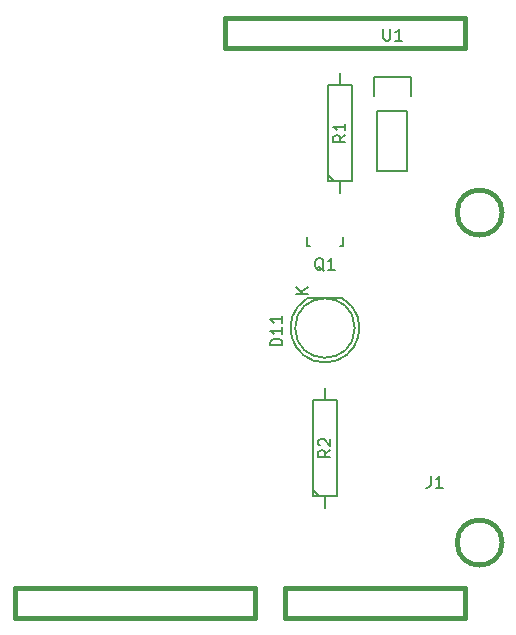
<source format=gto>
G04 #@! TF.FileFunction,Legend,Top*
%FSLAX46Y46*%
G04 Gerber Fmt 4.6, Leading zero omitted, Abs format (unit mm)*
G04 Created by KiCad (PCBNEW 4.0.2-stable) date 2016/6/2 上午 01:45:21*
%MOMM*%
G01*
G04 APERTURE LIST*
%ADD10C,0.100000*%
%ADD11C,0.381000*%
%ADD12C,0.150000*%
%ADD13C,0.203200*%
G04 APERTURE END LIST*
D10*
D11*
X231530501Y-144535501D02*
X216290501Y-144535501D01*
X216290501Y-141995501D02*
X231530501Y-141995501D01*
X234705501Y-110245501D02*
G75*
G03X234705501Y-110245501I-1905000J0D01*
G01*
X231530501Y-93735501D02*
X231530501Y-96275501D01*
X231530501Y-96275501D02*
X211210501Y-96275501D01*
X211210501Y-96275501D02*
X211210501Y-93735501D01*
X211210501Y-93735501D02*
X231530501Y-93735501D01*
X234705501Y-138185501D02*
G75*
G03X234705501Y-138185501I-1905000J0D01*
G01*
X193430501Y-144535501D02*
X213750501Y-144535501D01*
X213750501Y-141995501D02*
X193430501Y-141995501D01*
X231530501Y-144535501D02*
X231530501Y-141995501D01*
X216290501Y-141995501D02*
X216290501Y-144535501D01*
X213750501Y-141995501D02*
X213750501Y-144535501D01*
X193430501Y-144535501D02*
X193430501Y-141995501D01*
D12*
X218185096Y-117530112D02*
G75*
G03X221210000Y-117515000I1524904J-2484888D01*
G01*
X218210000Y-117515000D02*
X221210000Y-117515000D01*
X222227936Y-120015000D02*
G75*
G03X222227936Y-120015000I-2517936J0D01*
G01*
X218410840Y-113045240D02*
X218459100Y-113045240D01*
X221209820Y-112344200D02*
X221209820Y-113045240D01*
X221209820Y-113045240D02*
X220960900Y-113045240D01*
X218410840Y-113045240D02*
X218210180Y-113045240D01*
X218210180Y-113045240D02*
X218210180Y-112344200D01*
X220980000Y-108585000D02*
X220980000Y-107569000D01*
X220980000Y-107569000D02*
X219964000Y-107569000D01*
X219964000Y-107569000D02*
X219964000Y-99441000D01*
X219964000Y-99441000D02*
X221996000Y-99441000D01*
X221996000Y-99441000D02*
X221996000Y-107569000D01*
X221996000Y-107569000D02*
X220980000Y-107569000D01*
X220472000Y-107569000D02*
X219964000Y-107061000D01*
X220980000Y-98425000D02*
X220980000Y-99441000D01*
X219710000Y-135255000D02*
X219710000Y-134239000D01*
X219710000Y-134239000D02*
X218694000Y-134239000D01*
X218694000Y-134239000D02*
X218694000Y-126111000D01*
X218694000Y-126111000D02*
X220726000Y-126111000D01*
X220726000Y-126111000D02*
X220726000Y-134239000D01*
X220726000Y-134239000D02*
X219710000Y-134239000D01*
X219202000Y-134239000D02*
X218694000Y-133731000D01*
X219710000Y-125095000D02*
X219710000Y-126111000D01*
X224155000Y-101600000D02*
X224155000Y-106680000D01*
X224155000Y-106680000D02*
X226695000Y-106680000D01*
X226695000Y-106680000D02*
X226695000Y-101600000D01*
X226975000Y-98780000D02*
X226975000Y-100330000D01*
X226695000Y-101600000D02*
X224155000Y-101600000D01*
X223875000Y-100330000D02*
X223875000Y-98780000D01*
X223875000Y-98780000D02*
X226975000Y-98780000D01*
D13*
X228651834Y-132549120D02*
X228651834Y-133274834D01*
X228603454Y-133419977D01*
X228506692Y-133516739D01*
X228361549Y-133565120D01*
X228264787Y-133565120D01*
X229667834Y-133565120D02*
X229087263Y-133565120D01*
X229377549Y-133565120D02*
X229377549Y-132549120D01*
X229280787Y-132694263D01*
X229184025Y-132791025D01*
X229087263Y-132839406D01*
D12*
X216098381Y-121483286D02*
X215098381Y-121483286D01*
X215098381Y-121245191D01*
X215146000Y-121102333D01*
X215241238Y-121007095D01*
X215336476Y-120959476D01*
X215526952Y-120911857D01*
X215669810Y-120911857D01*
X215860286Y-120959476D01*
X215955524Y-121007095D01*
X216050762Y-121102333D01*
X216098381Y-121245191D01*
X216098381Y-121483286D01*
X216098381Y-119959476D02*
X216098381Y-120530905D01*
X216098381Y-120245191D02*
X215098381Y-120245191D01*
X215241238Y-120340429D01*
X215336476Y-120435667D01*
X215384095Y-120530905D01*
X216098381Y-119007095D02*
X216098381Y-119578524D01*
X216098381Y-119292810D02*
X215098381Y-119292810D01*
X215241238Y-119388048D01*
X215336476Y-119483286D01*
X215384095Y-119578524D01*
X218257381Y-117101905D02*
X217257381Y-117101905D01*
X218257381Y-116530476D02*
X217685952Y-116959048D01*
X217257381Y-116530476D02*
X217828810Y-117101905D01*
X219614762Y-115192619D02*
X219519524Y-115145000D01*
X219424286Y-115049762D01*
X219281429Y-114906905D01*
X219186190Y-114859286D01*
X219090952Y-114859286D01*
X219138571Y-115097381D02*
X219043333Y-115049762D01*
X218948095Y-114954524D01*
X218900476Y-114764048D01*
X218900476Y-114430714D01*
X218948095Y-114240238D01*
X219043333Y-114145000D01*
X219138571Y-114097381D01*
X219329048Y-114097381D01*
X219424286Y-114145000D01*
X219519524Y-114240238D01*
X219567143Y-114430714D01*
X219567143Y-114764048D01*
X219519524Y-114954524D01*
X219424286Y-115049762D01*
X219329048Y-115097381D01*
X219138571Y-115097381D01*
X220519524Y-115097381D02*
X219948095Y-115097381D01*
X220233809Y-115097381D02*
X220233809Y-114097381D01*
X220138571Y-114240238D01*
X220043333Y-114335476D01*
X219948095Y-114383095D01*
X221432381Y-103671666D02*
X220956190Y-104005000D01*
X221432381Y-104243095D02*
X220432381Y-104243095D01*
X220432381Y-103862142D01*
X220480000Y-103766904D01*
X220527619Y-103719285D01*
X220622857Y-103671666D01*
X220765714Y-103671666D01*
X220860952Y-103719285D01*
X220908571Y-103766904D01*
X220956190Y-103862142D01*
X220956190Y-104243095D01*
X221432381Y-102719285D02*
X221432381Y-103290714D01*
X221432381Y-103005000D02*
X220432381Y-103005000D01*
X220575238Y-103100238D01*
X220670476Y-103195476D01*
X220718095Y-103290714D01*
X220162381Y-130341666D02*
X219686190Y-130675000D01*
X220162381Y-130913095D02*
X219162381Y-130913095D01*
X219162381Y-130532142D01*
X219210000Y-130436904D01*
X219257619Y-130389285D01*
X219352857Y-130341666D01*
X219495714Y-130341666D01*
X219590952Y-130389285D01*
X219638571Y-130436904D01*
X219686190Y-130532142D01*
X219686190Y-130913095D01*
X219257619Y-129960714D02*
X219210000Y-129913095D01*
X219162381Y-129817857D01*
X219162381Y-129579761D01*
X219210000Y-129484523D01*
X219257619Y-129436904D01*
X219352857Y-129389285D01*
X219448095Y-129389285D01*
X219590952Y-129436904D01*
X220162381Y-130008333D01*
X220162381Y-129389285D01*
X224663095Y-94682381D02*
X224663095Y-95491905D01*
X224710714Y-95587143D01*
X224758333Y-95634762D01*
X224853571Y-95682381D01*
X225044048Y-95682381D01*
X225139286Y-95634762D01*
X225186905Y-95587143D01*
X225234524Y-95491905D01*
X225234524Y-94682381D01*
X226234524Y-95682381D02*
X225663095Y-95682381D01*
X225948809Y-95682381D02*
X225948809Y-94682381D01*
X225853571Y-94825238D01*
X225758333Y-94920476D01*
X225663095Y-94968095D01*
M02*

</source>
